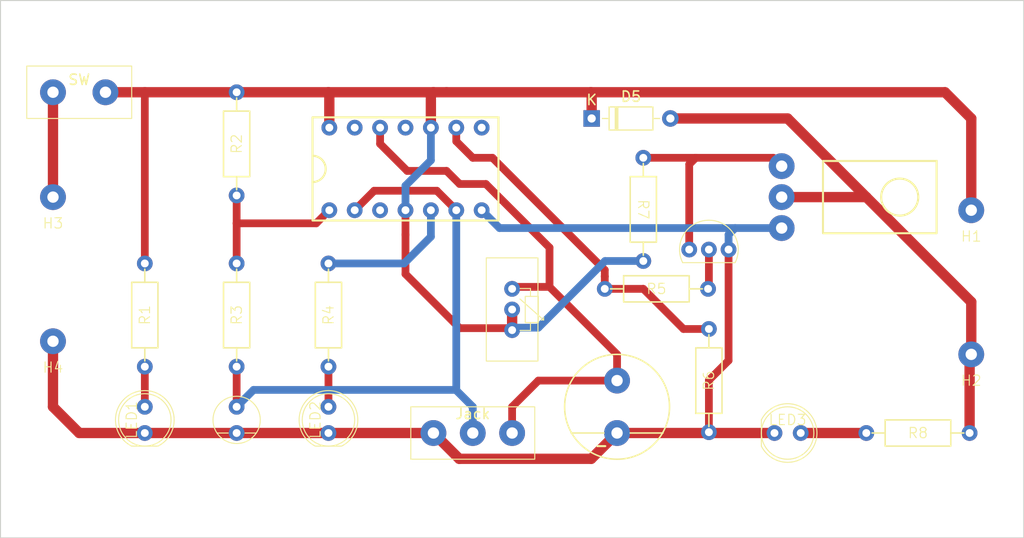
<source format=kicad_pcb>
(kicad_pcb (version 20221018) (generator pcbnew)
  (layers (0 "F.Cu" signal) (31 "B.Cu" signal) (34 "B.Paste" user) (35 "F.Paste" user) (36 "B.SilkS" user "B.Silkscreen") (37 "F.SilkS" user "F.Silkscreen") (38 "B.Mask" user) (39 "F.Mask" user) (44 "Edge.Cuts" user))
  (net 0 "")
  (net 1 "Net-(BJ1-Pad2)")
  (net 2 "Net-(BJ1-Pad3)")
  (net 3 "Net-(D5-K)")
  (net 4 "Net-(D5-A)")
  (net 5 "Net-(NE1-Pad1)")
  (net 7 "Net-(NE1-Pad5)")
  (net 9 "Net-(NE1-Pad9)")
  (net 12 "Net-(R5-Pad2)")
  (net 13 "Net-(R7-Pad1)")
  (net 14 "Net-(H3-Pad1)")
  (net 15 "Net-(NE1-GND)")
  (net 16 "Net-(LED1-Pad1)")
  (net 17 "Net-(LED2-Pad1)")
  (net 18 "Net-(LED3-Pad1)")
  (footprint "Acelspace:Variable Resistor" (layer "F.Cu") (at 118.11 142.97 -90)
    (fp_text reference "VR1" hide)
    (fp_text value "~" hide)
    (fp_line (start 0.508 0) (end 1.524 0) (stroke (width 1)) (layer "F.Cu"))
    (fp_line (start -2.032 -1.778) (end -1.27 -1.778) (stroke (width 0.1)) (layer "F.SilkS"))
    (fp_line (start -2.032 -0.762) (end -2.032 -1.778) (stroke (width 0.1)) (layer "F.SilkS"))
    (fp_line (start -1.016 -0.762) (end 1.016 -3.048) (stroke (width 0.1)) (layer "F.SilkS"))
    (fp_line (start 1.016 -3.048) (end 0.762 -3.048) (stroke (width 0.1)) (layer "F.SilkS"))
    (fp_line (start 1.016 -3.048) (end 1.016 -2.794) (stroke (width 0.1)) (layer "F.SilkS"))
    (fp_line (start 2.032 -1.778) (end 1.27 -1.778) (stroke (width 0.1)) (layer "F.SilkS"))
    (fp_line (start 2.032 -0.762) (end 2.032 -1.778) (stroke (width 0.1)) (layer "F.SilkS"))
    (fp_rect (start -5 -2.5) (end 5 2.5) (stroke (width 0.1)) (fill none) (layer "F.SilkS"))
    (fp_rect (start -1.27 -2.54) (end 1.27 -1.27) (stroke (width 0.1)) (fill none) (layer "F.SilkS"))
    (pad "1" thru_hole circle (at -2 0 270) (size 1.524 1.524) (drill 0.762) (layers "*.Cu" "*.Mask") (net 2 "Net-(BJ1-Pad3)"))
    (pad "2" thru_hole circle (at 0 0 270) (size 1.524 1.524) (drill 0.762) (layers "*.Cu" "*.Mask"))
    (pad "3" thru_hole circle (at 2 0 270) (size 1.524 1.524) (drill 0.762) (layers "*.Cu" "*.Mask") (net 3 "Net-(D5-K)"))
  )
  (footprint "Acelspace:Jack" (layer "F.Cu") (at 114.3 154.94)
    (fp_text reference "BJ1" hide)
    (fp_text value "~" hide)
    (fp_text user "Jack" (at 0 -1.27 unlocked) (layer "F.SilkS") (effects (justify bottom)))
    (fp_rect (start -6 -2.54) (end 6 2.54) (stroke (width 0.1)) (fill none) (layer "F.SilkS"))
    (pad "1" thru_hole circle (at -3.81 0) (size 2.5 2.5) (drill 1.1) (layers "*.Cu" "*.Mask") (net 15 "Net-(NE1-GND)"))
    (pad "2" thru_hole circle (at 0 0) (size 2.5 2.5) (drill 1.1) (layers "*.Cu" "*.Mask") (net 1 "Net-(BJ1-Pad2)"))
    (pad "3" thru_hole circle (at 3.81 0) (size 2.5 2.5) (drill 1.1) (layers "*.Cu" "*.Mask") (net 2 "Net-(BJ1-Pad3)"))
  )
  (footprint "Acelspace:Resistor" (layer "F.Cu") (at 130.81 133.27 -90)
    (fp_text reference "R7" (at 0 0 -90 unlocked) (layer "F.SilkS") (effects (font (thickness 0.1))))
    (fp_text value "~" hide)
    (fp_line (start -3.175 0) (end -4.445 0) (stroke (width 0.15)) (layer "F.SilkS"))
    (fp_line (start 4.445 0) (end 3.175 0) (stroke (width 0.15)) (layer "F.SilkS"))
    (fp_rect (start -3.175 -1.27) (end 3.175 1.27) (stroke (width 0.15)) (fill none) (layer "F.SilkS"))
    (pad "1" thru_hole circle (at -5 0 270) (size 1.524 1.524) (drill 0.762) (layers "*.Cu" "*.Mask") (net 13 "Net-(R7-Pad1)"))
    (pad "2" thru_hole circle (at 5 0 270) (size 1.524 1.524) (drill 0.762) (layers "*.Cu" "*.Mask") (net 3 "Net-(D5-K)"))
  )
  (footprint "Acelspace:Resistor" (layer "F.Cu") (at 137.16 149.86 90)
    (fp_text reference "R6" (at 0 0 90 unlocked) (layer "F.SilkS") (effects (font (thickness 0.1))))
    (fp_text value "~" hide)
    (fp_line (start -3.175 0) (end -4.445 0) (stroke (width 0.15)) (layer "F.SilkS"))
    (fp_line (start 4.445 0) (end 3.175 0) (stroke (width 0.15)) (layer "F.SilkS"))
    (fp_rect (start -3.175 -1.27) (end 3.175 1.27) (stroke (width 0.15)) (fill none) (layer "F.SilkS"))
    (pad "1" thru_hole circle (at -5 0 90) (size 1.524 1.524) (drill 0.762) (layers "*.Cu" "*.Mask") (net 15 "Net-(NE1-GND)"))
    (pad "2" thru_hole circle (at 5 0 90) (size 1.524 1.524) (drill 0.762) (layers "*.Cu" "*.Mask") (net 9 "Net-(NE1-Pad9)"))
  )
  (footprint "Acelspace:Capacitor Big" (layer "F.Cu") (at 128.27 152.4 180)
    (fp_text reference "CB1" hide)
    (fp_text value "~" hide)
    (fp_line (start -4.445 -2.54) (end -1.27 -2.54) (stroke (width 0.15)) (layer "F.SilkS"))
    (fp_line (start 1.143 -3.81) (end 1.905 -3.81) (stroke (width 0.2)) (layer "F.SilkS"))
    (fp_line (start 1.27 -2.54) (end 4.445 -2.54) (stroke (width 0.15)) (layer "F.SilkS"))
    (fp_circle (center 0 0) (end 5.08 0) (stroke (width 0.15)) (fill none) (layer "F.SilkS"))
    (pad "1" thru_hole circle (at 0 -2.54 180) (size 2.5 2.5) (drill 1.1) (layers "*.Cu" "*.Mask") (net 15 "Net-(NE1-GND)"))
    (pad "2" thru_hole circle (at 0 2.54 180) (size 2.5 2.5) (drill 1.1) (layers "*.Cu" "*.Mask") (net 2 "Net-(BJ1-Pad3)"))
  )
  (footprint "Acelspace:NE556" (layer "F.Cu") (at 107.786667 129.35 -90)
    (fp_text reference "NE1" hide)
    (fp_text value "~" hide)
    (fp_rect (start -5 -9) (end 5 9) (stroke (width 0.2)) (fill none) (layer "F.SilkS"))
    (fp_arc (start -1.274754 9) (mid 0 7.725246) (end 1.274754 9) (stroke (width 0.2)) (layer "F.SilkS"))
    (pad "1" thru_hole circle (at 4 7.375 270) (size 1.524 1.524) (drill 0.762) (layers "*.Cu" "*.Mask") (net 5 "Net-(NE1-Pad1)"))
    (pad "2" thru_hole circle (at 4 4.916667 270) (size 1.524 1.524) (drill 0.762) (layers "*.Cu" "*.Mask") (net 1 "Net-(BJ1-Pad2)"))
    (pad "3" thru_hole circle (at 4 2.458333 270) (size 1.524 1.524) (drill 0.762) (layers "*.Cu" "*.Mask"))
    (pad "4" thru_hole circle (at 4 0 270) (size 1.524 1.524) (drill 0.762) (layers "*.Cu" "*.Mask") (net 3 "Net-(D5-K)"))
    (pad "5" thru_hole circle (at 4 -2.458333 270) (size 1.524 1.524) (drill 0.762) (layers "*.Cu" "*.Mask") (net 7 "Net-(NE1-Pad5)"))
    (pad "6" thru_hole circle (at 4 -4.916667 270) (size 1.524 1.524) (drill 0.762) (layers "*.Cu" "*.Mask") (net 1 "Net-(BJ1-Pad2)"))
    (pad "7" thru_hole circle (at 4 -7.375 270) (size 1.524 1.524) (drill 0.762) (layers "*.Cu" "*.Mask") (net 15 "Net-(NE1-GND)"))
    (pad "8" thru_hole circle (at -4 -7.375 270) (size 1.524 1.524) (drill 0.762) (layers "*.Cu" "*.Mask"))
    (pad "9" thru_hole circle (at -4 -4.916667 270) (size 1.524 1.524) (drill 0.762) (layers "*.Cu" "*.Mask") (net 9 "Net-(NE1-Pad9)"))
    (pad "10" thru_hole circle (at -4 -2.458333 270) (size 1.524 1.524) (drill 0.762) (layers "*.Cu" "*.Mask") (net 3 "Net-(D5-K)"))
    (pad "11" thru_hole circle (at -4 0 270) (size 1.524 1.524) (drill 0.762) (layers "*.Cu" "*.Mask"))
    (pad "12" thru_hole circle (at -4 2.458333 270) (size 1.524 1.524) (drill 0.762) (layers "*.Cu" "*.Mask") (net 2 "Net-(BJ1-Pad3)"))
    (pad "13" thru_hole circle (at -4 4.916667 270) (size 1.524 1.524) (drill 0.762) (layers "*.Cu" "*.Mask"))
    (pad "14" thru_hole circle (at -4 7.375 270) (size 1.524 1.524) (drill 0.762) (layers "*.Cu" "*.Mask") (net 3 "Net-(D5-K)"))
  )
  (footprint "Acelspace:Resistor" (layer "F.Cu") (at 91.44 126.92 90)
    (fp_text reference "R2" (at 0 0 90 unlocked) (layer "F.SilkS") (effects (font (thickness 0.1))))
    (fp_text value "~" hide)
    (fp_line (start -3.175 0) (end -4.445 0) (stroke (width 0.15)) (layer "F.SilkS"))
    (fp_line (start 4.445 0) (end 3.175 0) (stroke (width 0.15)) (layer "F.SilkS"))
    (fp_rect (start -3.175 -1.27) (end 3.175 1.27) (stroke (width 0.15)) (fill none) (layer "F.SilkS"))
    (pad "1" thru_hole circle (at -5 0 90) (size 1.524 1.524) (drill 0.762) (layers "*.Cu" "*.Mask") (net 5 "Net-(NE1-Pad1)"))
    (pad "2" thru_hole circle (at 5 0 90) (size 1.524 1.524) (drill 0.762) (layers "*.Cu" "*.Mask") (net 3 "Net-(D5-K)"))
  )
  (footprint "Acelspace:Via" (layer "F.Cu") (at 162.56 133.35)
    (fp_text reference "H1" (at 0 2.54 unlocked) (layer "F.SilkS") (effects (font (thickness 0.1))))
    (fp_text value "~" hide)
    (pad "1" thru_hole circle (at 0 0) (size 2.5 2.5) (drill 1.1) (layers "*.Cu" "*.Mask") (net 3 "Net-(D5-K)"))
  )
  (footprint "Acelspace:Resistor" (layer "F.Cu") (at 91.44 143.51 90)
    (fp_text reference "R3" (at 0 0 90 unlocked) (layer "F.SilkS") (effects (font (thickness 0.1))))
    (fp_text value "~" hide)
    (fp_line (start -3.175 0) (end -4.445 0) (stroke (width 0.15)) (layer "F.SilkS"))
    (fp_line (start 4.445 0) (end 3.175 0) (stroke (width 0.15)) (layer "F.SilkS"))
    (fp_rect (start -3.175 -1.27) (end 3.175 1.27) (stroke (width 0.15)) (fill none) (layer "F.SilkS"))
    (pad "1" thru_hole circle (at -5 0 90) (size 1.524 1.524) (drill 0.762) (layers "*.Cu" "*.Mask") (net 1 "Net-(BJ1-Pad2)"))
    (pad "2" thru_hole circle (at 5 0 90) (size 1.524 1.524) (drill 0.762) (layers "*.Cu" "*.Mask") (net 5 "Net-(NE1-Pad1)"))
  )
  (footprint "Acelspace:Resistor" (layer "F.Cu") (at 100.33 143.51 90)
    (fp_text reference "R4" (at 0 0 90 unlocked) (layer "F.SilkS") (effects (font (thickness 0.1))))
    (fp_text value "~" hide)
    (fp_line (start -3.175 0) (end -4.445 0) (stroke (width 0.15)) (layer "F.SilkS"))
    (fp_line (start 4.445 0) (end 3.175 0) (stroke (width 0.15)) (layer "F.SilkS"))
    (fp_rect (start -3.175 -1.27) (end 3.175 1.27) (stroke (width 0.15)) (fill none) (layer "F.SilkS"))
    (pad "1" thru_hole circle (at -5 0 90) (size 1.524 1.524) (drill 0.762) (layers "*.Cu" "*.Mask") (net 17 "Net-(LED2-Pad1)"))
    (pad "2" thru_hole circle (at 5 0 90) (size 1.524 1.524) (drill 0.762) (layers "*.Cu" "*.Mask") (net 7 "Net-(NE1-Pad5)"))
  )
  (footprint "Diode_THT:D_DO-35_SOD27_P7.62mm_Horizontal" (layer "F.Cu") (at 125.81 124.46)
    (fp_text reference "D5" (at 3.81 -2.12) (layer "F.SilkS"))
    (fp_text value "BAV17")
    (fp_text user "K" (at 0 -1.8) (layer "F.SilkS"))
    (fp_line (start 1.04 0) (end 1.69 0) (stroke (width 0.12)) (layer "F.SilkS"))
    (fp_line (start 1.69 -1.12) (end 1.69 1.12) (stroke (width 0.12)) (layer "F.SilkS"))
    (fp_line (start 1.69 1.12) (end 5.93 1.12) (stroke (width 0.12)) (layer "F.SilkS"))
    (fp_line (start 2.29 -1.12) (end 2.29 1.12) (stroke (width 0.12)) (layer "F.SilkS"))
    (fp_line (start 2.41 -1.12) (end 2.41 1.12) (stroke (width 0.12)) (layer "F.SilkS"))
    (fp_line (start 2.53 -1.12) (end 2.53 1.12) (stroke (width 0.12)) (layer "F.SilkS"))
    (fp_line (start 5.93 -1.12) (end 1.69 -1.12) (stroke (width 0.12)) (layer "F.SilkS"))
    (fp_line (start 5.93 1.12) (end 5.93 -1.12) (stroke (width 0.12)) (layer "F.SilkS"))
    (fp_line (start 6.58 0) (end 5.93 0) (stroke (width 0.12)) (layer "F.SilkS"))
    (pad "1" thru_hole rect (at 0 0) (size 1.6 1.6) (drill 0.8) (layers "*.Cu" "*.Mask") (net 3 "Net-(D5-K)"))
    (pad "2" thru_hole oval (at 7.62 0) (size 1.6 1.6) (drill 0.8) (layers "*.Cu" "*.Mask") (net 4 "Net-(D5-A)"))
  )
  (footprint "Acelspace:LED" (layer "F.Cu") (at 82.55 153.67 90)
    (fp_text reference "LED1" (at 0 -1.27 90 unlocked) (layer "F.SilkS") (effects (font (thickness 0.1))))
    (fp_text value "~" hide)
    (fp_line (start -2.54 -1.27) (end -2.54 1.27) (stroke (width 0.1)) (layer "F.SilkS"))
    (fp_arc (start -2.54 -1.27) (mid 2.839806 0) (end -2.54 1.27) (stroke (width 0.1)) (layer "F.SilkS"))
    (fp_circle (center 0 0) (end -2.54 0) (stroke (width 0.1)) (fill none) (layer "F.SilkS"))
    (pad "1" thru_hole circle (at 1.27 0 90) (size 1.524 1.524) (drill 0.762) (layers "*.Cu" "*.Mask") (net 16 "Net-(LED1-Pad1)"))
    (pad "2" thru_hole circle (at -1.27 0 90) (size 1.524 1.524) (drill 0.762) (layers "*.Cu" "*.Mask") (net 15 "Net-(NE1-GND)"))
  )
  (footprint "Acelspace:Resistor" (layer "F.Cu") (at 82.55 143.51 90)
    (fp_text reference "R1" (at 0 0 90 unlocked) (layer "F.SilkS") (effects (font (thickness 0.1))))
    (fp_text value "~" hide)
    (fp_line (start -3.175 0) (end -4.445 0) (stroke (width 0.15)) (layer "F.SilkS"))
    (fp_line (start 4.445 0) (end 3.175 0) (stroke (width 0.15)) (layer "F.SilkS"))
    (fp_rect (start -3.175 -1.27) (end 3.175 1.27) (stroke (width 0.15)) (fill none) (layer "F.SilkS"))
    (pad "1" thru_hole circle (at -5 0 90) (size 1.524 1.524) (drill 0.762) (layers "*.Cu" "*.Mask") (net 16 "Net-(LED1-Pad1)"))
    (pad "2" thru_hole circle (at 5 0 90) (size 1.524 1.524) (drill 0.762) (layers "*.Cu" "*.Mask") (net 3 "Net-(D5-K)"))
  )
  (footprint "Acelspace:Resistor" (layer "F.Cu") (at 132.08 140.97)
    (fp_text reference "R5" (at 0 0 unlocked) (layer "F.SilkS") (effects (font (thickness 0.1))))
    (fp_text value "~" hide)
    (fp_line (start -3.175 0) (end -4.445 0) (stroke (width 0.15)) (layer "F.SilkS"))
    (fp_line (start 4.445 0) (end 3.175 0) (stroke (width 0.15)) (layer "F.SilkS"))
    (fp_rect (start -3.175 -1.27) (end 3.175 1.27) (stroke (width 0.15)) (fill none) (layer "F.SilkS"))
    (pad "1" thru_hole circle (at -5 0) (size 1.524 1.524) (drill 0.762) (layers "*.Cu" "*.Mask") (net 9 "Net-(NE1-Pad9)"))
    (pad "2" thru_hole circle (at 5 0) (size 1.524 1.524) (drill 0.762) (layers "*.Cu" "*.Mask") (net 12 "Net-(R5-Pad2)"))
  )
  (footprint "Acelspace:LED" (layer "F.Cu") (at 100.33 153.67 90)
    (fp_text reference "LED2" (at 0 -1.27 90 unlocked) (layer "F.SilkS") (effects (font (thickness 0.1))))
    (fp_text value "~" hide)
    (fp_line (start -2.54 -1.27) (end -2.54 1.27) (stroke (width 0.1)) (layer "F.SilkS"))
    (fp_arc (start -2.54 -1.27) (mid 2.839806 0) (end -2.54 1.27) (stroke (width 0.1)) (layer "F.SilkS"))
    (fp_circle (center 0 0) (end -2.54 0) (stroke (width 0.1)) (fill none) (layer "F.SilkS"))
    (pad "1" thru_hole circle (at 1.27 0 90) (size 1.524 1.524) (drill 0.762) (layers "*.Cu" "*.Mask") (net 17 "Net-(LED2-Pad1)"))
    (pad "2" thru_hole circle (at -1.27 0 90) (size 1.524 1.524) (drill 0.762) (layers "*.Cu" "*.Mask") (net 15 "Net-(NE1-GND)"))
  )
  (footprint "Acelspace:LED" (layer "F.Cu") (at 144.78 154.94)
    (fp_text reference "LED3" (at 0 -1.27 unlocked) (layer "F.SilkS") (effects (font (thickness 0.1))))
    (fp_text value "~" hide)
    (fp_line (start -2.54 -1.27) (end -2.54 1.27) (stroke (width 0.1)) (layer "F.SilkS"))
    (fp_arc (start -2.54 -1.27) (mid 2.839806 0) (end -2.54 1.27) (stroke (width 0.1)) (layer "F.SilkS"))
    (fp_circle (center 0 0) (end -2.54 0) (stroke (width 0.1)) (fill none) (layer "F.SilkS"))
    (pad "1" thru_hole circle (at 1.27 0) (size 1.524 1.524) (drill 0.762) (layers "*.Cu" "*.Mask") (net 18 "Net-(LED3-Pad1)"))
    (pad "2" thru_hole circle (at -1.27 0) (size 1.524 1.524) (drill 0.762) (layers "*.Cu" "*.Mask") (net 15 "Net-(NE1-GND)"))
  )
  (footprint "Acelspace:Via" (layer "F.Cu") (at 162.56 147.32)
    (fp_text reference "H2" (at 0 2.54 unlocked) (layer "F.SilkS") (effects (font (thickness 0.1))))
    (fp_text value "~" hide)
    (pad "1" thru_hole circle (at 0 0) (size 2.5 2.5) (drill 1.1) (layers "*.Cu" "*.Mask") (net 4 "Net-(D5-A)"))
  )
  (footprint "Acelspace:Switch" (layer "F.Cu") (at 76.2 121.92)
    (fp_text reference "SW1" hide)
    (fp_text value "~" hide)
    (fp_text user "SW" (at 0 -0.635 unlocked) (layer "F.SilkS") (effects (justify bottom)))
    (fp_rect (start 5.08 -2.54) (end -5.08 2.54) (stroke (width 0.1)) (fill none) (layer "F.SilkS"))
    (pad "1" thru_hole circle (at -2.54 0) (size 2.5 2.5) (drill 1.1) (layers "*.Cu" "*.Mask") (net 14 "Net-(H3-Pad1)"))
    (pad "2" thru_hole circle (at 2.54 0) (size 2.5 2.5) (drill 1.1) (layers "*.Cu" "*.Mask") (net 3 "Net-(D5-K)"))
  )
  (footprint "Acelspace:Resistor" (layer "F.Cu") (at 157.4 154.94)
    (fp_text reference "R8" (at 0 0 unlocked) (layer "F.SilkS") (effects (font (thickness 0.1))))
    (fp_text value "~" hide)
    (fp_line (start -3.175 0) (end -4.445 0) (stroke (width 0.15)) (layer "F.SilkS"))
    (fp_line (start 4.445 0) (end 3.175 0) (stroke (width 0.15)) (layer "F.SilkS"))
    (fp_rect (start -3.175 -1.27) (end 3.175 1.27) (stroke (width 0.15)) (fill none) (layer "F.SilkS"))
    (pad "1" thru_hole circle (at -5 0) (size 1.524 1.524) (drill 0.762) (layers "*.Cu" "*.Mask") (net 18 "Net-(LED3-Pad1)"))
    (pad "2" thru_hole circle (at 5 0) (size 1.524 1.524) (drill 0.762) (layers "*.Cu" "*.Mask") (net 4 "Net-(D5-A)"))
  )
  (footprint "Acelspace:Transistor" (layer "F.Cu") (at 137.16 137.16)
    (fp_text reference "TR1" hide)
    (fp_text value "~" hide)
    (fp_line (start -2.54 1.27) (end 2.54 1.27) (stroke (width 0.1)) (layer "F.SilkS"))
    (fp_arc (start -2.539999 1.269999) (mid 0 -2.839805) (end 2.539999 1.269999) (stroke (width 0.1)) (layer "F.SilkS"))
    (pad "1" thru_hole circle (at -1.905 0) (size 1.524 1.524) (drill 0.762) (layers "*.Cu" "*.Mask") (net 13 "Net-(R7-Pad1)"))
    (pad "2" thru_hole circle (at 0 0) (size 1.524 1.524) (drill 0.762) (layers "*.Cu" "*.Mask") (net 12 "Net-(R5-Pad2)"))
    (pad "3" thru_hole circle (at 1.905 0) (size 1.524 1.524) (drill 0.762) (layers "*.Cu" "*.Mask") (net 15 "Net-(NE1-GND)"))
  )
  (footprint "Acelspace:Transistor Big" (layer "F.Cu") (at 144.205 132.08 -90)
    (fp_text reference "TRB1" hide)
    (fp_text value "~" hide)
    (fp_rect (start -3.5 -15) (end 3.5 -4) (stroke (width 0.2)) (fill none) (layer "F.SilkS"))
    (fp_circle (center 0 -11.43) (end 1.27 -10.16) (stroke (width 0.2)) (fill none) (layer "F.SilkS"))
    (pad "1" thru_hole circle (at -3 0 270) (size 2.5 2.5) (drill 1.1) (layers "*.Cu" "*.Mask") (net 13 "Net-(R7-Pad1)"))
    (pad "2" thru_hole circle (at 0 0 270) (size 2.5 2.5) (drill 1.1) (layers "*.Cu" "*.Mask") (net 4 "Net-(D5-A)"))
    (pad "3" thru_hole circle (at 3 0 270) (size 2.5 2.5) (drill 1.1) (layers "*.Cu" "*.Mask") (net 15 "Net-(NE1-GND)"))
  )
  (footprint "Acelspace:Capacitor" (layer "F.Cu") (at 91.44 153.67 180)
    (fp_text reference "C1" hide)
    (fp_text value "~" hide)
    (fp_line (start -1.905 -1.27) (end -0.8128 -1.27) (stroke (width 0.1)) (layer "F.SilkS"))
    (fp_line (start 0.8128 -1.27) (end 1.8796 -1.27) (stroke (width 0.1)) (layer "F.SilkS"))
    (fp_circle (center 0 0) (end 1.905 -1.27) (stroke (width 0.1)) (fill none) (layer "F.SilkS"))
    (pad "1" thru_hole circle (at 0 -1.27 180) (size 1.524 1.524) (drill 0.762) (layers "*.Cu" "*.Mask") (net 15 "Net-(NE1-GND)"))
    (pad "2" thru_hole circle (at 0 1.27 180) (size 1.524 1.524) (drill 0.762) (layers "*.Cu" "*.Mask") (net 1 "Net-(BJ1-Pad2)"))
  )
  (footprint "Acelspace:Via" (layer "F.Cu") (at 73.66 146.05)
    (fp_text reference "H4" (at 0 2.54 unlocked) (layer "F.SilkS") (effects (font (thickness 0.1))))
    (fp_text value "~" hide)
    (pad "1" thru_hole circle (at 0 0) (size 2.5 2.5) (drill 1.1) (layers "*.Cu" "*.Mask") (net 15 "Net-(NE1-GND)"))
  )
  (footprint "Acelspace:Via" (layer "F.Cu") (at 73.66 132.08)
    (fp_text reference "H3" (at 0 2.54 unlocked) (layer "F.SilkS") (effects (font (thickness 0.1))))
    (fp_text value "~" hide)
    (pad "1" thru_hole circle (at 0 0) (size 2.5 2.5) (drill 1.1) (layers "*.Cu" "*.Mask") (net 14 "Net-(H3-Pad1)"))
  )
  (gr_rect (start 68.58 113.03) (end 167.64 165.1) (stroke (width 0.1)) (fill none) (layer "Edge.Cuts"))
  (segment (start 102.87 133.35) (end 104.757 131.463) (width 0.75) (layer "F.Cu") (net 1))
  (segment (start 104.757 131.463) (end 110.816334 131.463) (width 0.75) (layer "F.Cu") (net 1))
  (segment (start 110.816334 131.463) (end 112.703334 133.35) (width 0.75) (layer "F.Cu") (net 1))
  (segment (start 91.44 152.4) (end 91.44 148.51) (width 0.75) (layer "F.Cu") (net 1))
  (segment (start 112.703334 133.35) (end 112.703334 150.722666) (width 0.75) (layer "B.Cu") (net 1))
  (segment (start 112.663 150.763) (end 114.3 152.4) (width 0.75) (layer "B.Cu") (net 1))
  (segment (start 93.077 150.763) (end 112.663 150.763) (width 0.75) (layer "B.Cu") (net 1))
  (segment (start 91.44 152.4) (end 93.077 150.763) (width 0.75) (layer "B.Cu") (net 1))
  (segment (start 114.3 152.4) (end 114.3 154.94) (width 0.75) (layer "B.Cu") (net 1))
  (segment (start 112.703334 150.722666) (end 112.663 150.763) (width 0.75) (layer "B.Cu") (net 1))
  (segment (start 121.73 140.78) (end 128.27 147.32) (width 0.75) (layer "F.Cu") (net 2))
  (segment (start 105.328334 125.35) (end 105.328334 126.918334) (width 0.75) (layer "F.Cu") (net 2))
  (segment (start 121.73 136.97) (end 121.73 140.78) (width 0.75) (layer "F.Cu") (net 2))
  (segment (start 113.03 130.81) (end 115.57 130.81) (width 0.75) (layer "F.Cu") (net 2))
  (segment (start 128.27 147.32) (end 128.27 149.86) (width 0.75) (layer "F.Cu") (net 2))
  (segment (start 115.57 130.81) (end 121.73 136.97) (width 0.75) (layer "F.Cu") (net 2))
  (segment (start 118.11 154.94) (end 118.11 152.4) (width 0.75) (layer "F.Cu") (net 2))
  (segment (start 111.76 129.54) (end 113.03 130.81) (width 0.75) (layer "F.Cu") (net 2))
  (segment (start 118.11 140.78) (end 121.73 140.78) (width 0.75) (layer "F.Cu") (net 2))
  (segment (start 105.328334 126.918334) (end 107.95 129.54) (width 0.75) (layer "F.Cu") (net 2))
  (segment (start 120.65 149.86) (end 128.27 149.86) (width 0.75) (layer "F.Cu") (net 2))
  (segment (start 118.11 152.4) (end 120.65 149.86) (width 0.75) (layer "F.Cu") (net 2))
  (segment (start 107.95 129.54) (end 111.76 129.54) (width 0.75) (layer "F.Cu") (net 2))
  (segment (start 125.73 121.92) (end 160.02 121.92) (width 1) (layer "F.Cu") (net 3))
  (segment (start 160.02 121.92) (end 162.56 124.46) (width 1) (layer "F.Cu") (net 3))
  (segment (start 78.74 121.92) (end 82.55 121.92) (width 1) (layer "F.Cu") (net 3))
  (segment (start 110.49 121.92) (end 111.76 121.92) (width 1) (layer "F.Cu") (net 3))
  (segment (start 100.33 121.92) (end 110.49 121.92) (width 1) (layer "F.Cu") (net 3))
  (segment (start 82.55 121.92) (end 91.44 121.92) (width 1) (layer "F.Cu") (net 3))
  (segment (start 110.245 122.165) (end 110.49 121.92) (width 1) (layer "F.Cu") (net 3))
  (segment (start 100.411667 122.001667) (end 100.33 121.92) (width 1) (layer "F.Cu") (net 3))
  (segment (start 113.03 144.78) (end 118.11 144.78) (width 0.75) (layer "F.Cu") (net 3))
  (segment (start 110.245 125.35) (end 110.245 122.165) (width 1) (layer "F.Cu") (net 3))
  (segment (start 82.55 138.51) (end 82.55 121.92) (width 0.75) (layer "F.Cu") (net 3))
  (segment (start 91.44 121.92) (end 100.33 121.92) (width 1) (layer "F.Cu") (net 3))
  (segment (start 107.786667 133.35) (end 107.786667 135.726667) (width 0.75) (layer "F.Cu") (net 3))
  (segment (start 111.76 121.92) (end 125.73 121.92) (width 1) (layer "F.Cu") (net 3))
  (segment (start 107.786667 139.536667) (end 113.03 144.78) (width 0.75) (layer "F.Cu") (net 3))
  (segment (start 125.81 124.46) (end 125.81 122) (width 1) (layer "F.Cu") (net 3))
  (segment (start 100.411667 125.35) (end 100.411667 122.001667) (width 1) (layer "F.Cu") (net 3))
  (segment (start 107.786667 135.726667) (end 107.786667 139.536667) (width 0.75) (layer "F.Cu") (net 3))
  (segment (start 125.81 122) (end 125.73 121.92) (width 1) (layer "F.Cu") (net 3))
  (segment (start 162.56 124.46) (end 162.56 133.35) (width 1) (layer "F.Cu") (net 3))
  (segment (start 107.786667 133.35) (end 107.786667 130.973333) (width 0.75) (layer "B.Cu") (net 3))
  (segment (start 118.158621 144.731379) (end 118.11 144.78) (width 0.75) (layer "B.Cu") (net 3))
  (segment (start 120.65 144.731379) (end 118.158621 144.731379) (width 0.75) (layer "B.Cu") (net 3))
  (segment (start 110.245 128.515) (end 110.245 125.35) (width 0.75) (layer "B.Cu") (net 3))
  (segment (start 127.111379 138.27) (end 120.65 144.731379) (width 0.75) (layer "B.Cu") (net 3))
  (segment (start 107.786667 130.973333) (end 110.245 128.515) (width 0.75) (layer "B.Cu") (net 3))
  (segment (start 130.81 138.27) (end 127.111379 138.27) (width 0.75) (layer "B.Cu") (net 3))
  (segment (start 152.4 132.08) (end 162.56 142.24) (width 1) (layer "F.Cu") (net 4))
  (segment (start 162.56 142.24) (end 162.56 147.32) (width 1) (layer "F.Cu") (net 4))
  (segment (start 162.4 147.48) (end 162.56 147.32) (width 1) (layer "F.Cu") (net 4))
  (segment (start 133.43 124.46) (end 144.78 124.46) (width 1) (layer "F.Cu") (net 4))
  (segment (start 162.4 154.94) (end 162.4 147.48) (width 1) (layer "F.Cu") (net 4))
  (segment (start 144.205 132.08) (end 152.4 132.08) (width 1) (layer "F.Cu") (net 4))
  (segment (start 144.78 124.46) (end 152.4 132.08) (width 1) (layer "F.Cu") (net 4))
  (segment (start 99.141667 134.62) (end 91.44 134.62) (width 0.75) (layer "F.Cu") (net 5))
  (segment (start 100.411667 133.35) (end 99.141667 134.62) (width 0.75) (layer "F.Cu") (net 5))
  (segment (start 91.44 138.51) (end 91.44 134.62) (width 0.75) (layer "F.Cu") (net 5))
  (segment (start 91.44 134.62) (end 91.44 131.92) (width 0.75) (layer "F.Cu") (net 5))
  (segment (start 110.245 135.916315) (end 110.245 133.35) (width 0.75) (layer "B.Cu") (net 7))
  (segment (start 100.33 138.51) (end 107.651315 138.51) (width 0.75) (layer "B.Cu") (net 7))
  (segment (start 107.651315 138.51) (end 110.245 135.916315) (width 0.75) (layer "B.Cu") (net 7))
  (segment (start 112.703334 126.673334) (end 114.3 128.27) (width 0.75) (layer "F.Cu") (net 9))
  (segment (start 127.08 140.97) (end 130.81 140.97) (width 0.75) (layer "F.Cu") (net 9))
  (segment (start 114.3 128.27) (end 116.205 128.27) (width 0.75) (layer "F.Cu") (net 9))
  (segment (start 127.08 139.726666) (end 127.08 139.78) (width 0.75) (layer "F.Cu") (net 9))
  (segment (start 127.08 139.145) (end 127.08 139.78) (width 0.75) (layer "F.Cu") (net 9))
  (segment (start 134.7 144.86) (end 137.16 144.86) (width 0.75) (layer "F.Cu") (net 9))
  (segment (start 116.205 128.27) (end 127.08 139.145) (width 0.75) (layer "F.Cu") (net 9))
  (segment (start 112.703334 125.35) (end 112.703334 126.673334) (width 0.75) (layer "F.Cu") (net 9))
  (segment (start 127.08 139.78) (end 127.08 140.97) (width 0.75) (layer "F.Cu") (net 9))
  (segment (start 130.81 140.97) (end 134.7 144.86) (width 0.75) (layer "F.Cu") (net 9))
  (segment (start 137.16 140.89) (end 137.08 140.97) (width 0.75) (layer "F.Cu") (net 12))
  (segment (start 137.16 137.16) (end 137.16 140.89) (width 0.75) (layer "F.Cu") (net 12))
  (segment (start 135.89 128.27) (end 130.81 128.27) (width 0.75) (layer "F.Cu") (net 13))
  (segment (start 144.205 129.08) (end 143.395 128.27) (width 0.75) (layer "F.Cu") (net 13))
  (segment (start 135.255 128.905) (end 135.89 128.27) (width 0.75) (layer "F.Cu") (net 13))
  (segment (start 135.255 137.16) (end 135.255 128.905) (width 0.75) (layer "F.Cu") (net 13))
  (segment (start 143.395 128.27) (end 135.89 128.27) (width 0.75) (layer "F.Cu") (net 13))
  (segment (start 73.66 132.08) (end 73.66 121.92) (width 1) (layer "F.Cu") (net 14))
  (segment (start 112.99 157.44) (end 110.49 154.94) (width 1) (layer "F.Cu") (net 15))
  (segment (start 139.065 147.915) (end 137.16 149.82) (width 0.75) (layer "F.Cu") (net 15))
  (segment (start 125.77 157.44) (end 112.99 157.44) (width 1) (layer "F.Cu") (net 15))
  (segment (start 128.27 154.94) (end 143.51 154.94) (width 1) (layer "F.Cu") (net 15))
  (segment (start 128.27 154.94) (end 125.77 157.44) (width 1) (layer "F.Cu") (net 15))
  (segment (start 76.2 154.94) (end 110.49 154.94) (width 1) (layer "F.Cu") (net 15))
  (segment (start 139.065 137.16) (end 139.065 147.915) (width 0.75) (layer "F.Cu") (net 15))
  (segment (start 73.66 152.4) (end 76.2 154.94) (width 1) (layer "F.Cu") (net 15))
  (segment (start 73.66 146.05) (end 73.66 152.4) (width 1) (layer "F.Cu") (net 15))
  (segment (start 137.16 149.82) (end 137.16 154.86) (width 0.75) (layer "F.Cu") (net 15))
  (segment (start 139.7 135.08) (end 144.205 135.08) (width 0.75) (layer "B.Cu") (net 15))
  (segment (start 139.065 135.715) (end 139.7 135.08) (width 0.75) (layer "B.Cu") (net 15))
  (segment (start 115.161667 133.35) (end 116.891667 135.08) (width 0.75) (layer "B.Cu") (net 15))
  (segment (start 116.891667 135.08) (end 139.7 135.08) (width 0.75) (layer "B.Cu") (net 15))
  (segment (start 139.065 137.16) (end 139.065 135.715) (width 0.75) (layer "B.Cu") (net 15))
  (segment (start 82.55 152.4) (end 82.55 148.51) (width 0.75) (layer "F.Cu") (net 16))
  (segment (start 100.33 152.4) (end 100.33 148.51) (width 0.75) (layer "F.Cu") (net 17))
  (segment (start 146.05 154.94) (end 152.4 154.94) (width 1) (layer "F.Cu") (net 18))
)
</source>
